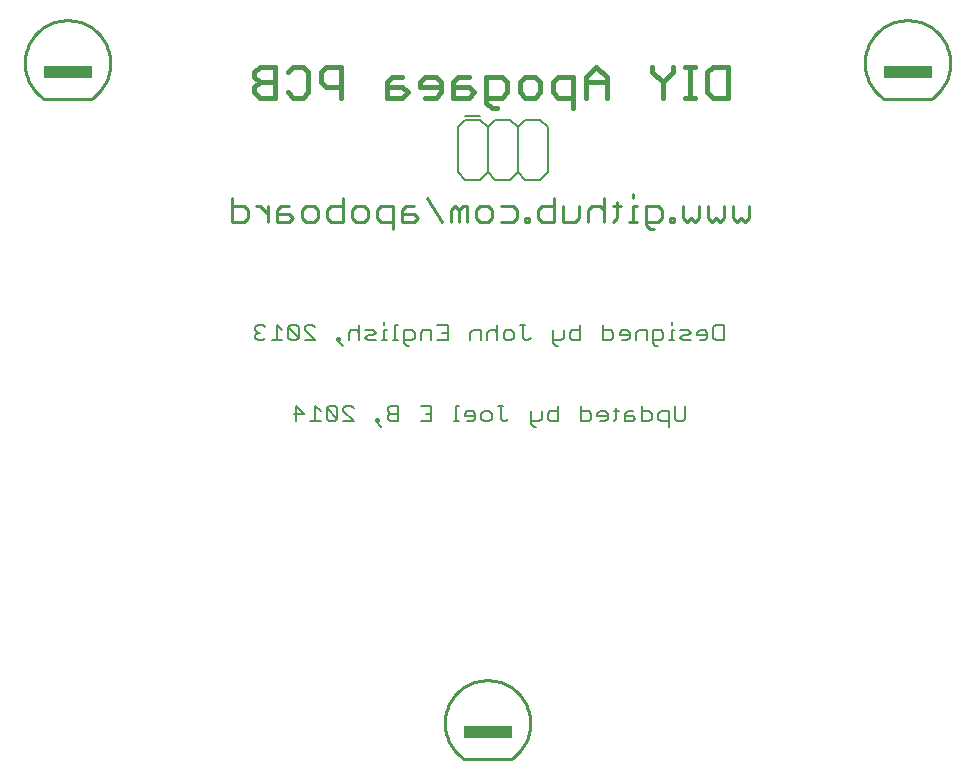
<source format=gbo>
G75*
%MOIN*%
%OFA0B0*%
%FSLAX24Y24*%
%IPPOS*%
%LPD*%
%AMOC8*
5,1,8,0,0,1.08239X$1,22.5*
%
%ADD10C,0.0170*%
%ADD11C,0.0080*%
%ADD12C,0.0110*%
%ADD13C,0.0100*%
%ADD14R,0.1600X0.0400*%
D10*
X020311Y025566D02*
X020139Y025738D01*
X020139Y026597D01*
X020655Y026597D01*
X020827Y026425D01*
X020827Y026082D01*
X020655Y025910D01*
X020139Y025910D01*
X020311Y025566D02*
X020483Y025566D01*
X019722Y026082D02*
X019550Y026254D01*
X019034Y026254D01*
X019034Y026425D02*
X019034Y025910D01*
X019550Y025910D01*
X019722Y026082D01*
X019550Y026597D02*
X019206Y026597D01*
X019034Y026425D01*
X018617Y026425D02*
X018617Y026082D01*
X018445Y025910D01*
X018101Y025910D01*
X017929Y026254D02*
X018617Y026254D01*
X018617Y026425D02*
X018445Y026597D01*
X018101Y026597D01*
X017929Y026425D01*
X017929Y026254D01*
X017512Y026082D02*
X017340Y026254D01*
X016825Y026254D01*
X016825Y026425D02*
X016825Y025910D01*
X017340Y025910D01*
X017512Y026082D01*
X017340Y026597D02*
X016996Y026597D01*
X016825Y026425D01*
X015302Y026254D02*
X014786Y026254D01*
X014615Y026425D01*
X014615Y026769D01*
X014786Y026941D01*
X015302Y026941D01*
X015302Y025910D01*
X014197Y026082D02*
X014197Y026769D01*
X014025Y026941D01*
X013682Y026941D01*
X013510Y026769D01*
X013092Y026941D02*
X012577Y026941D01*
X012405Y026769D01*
X012405Y026597D01*
X012577Y026425D01*
X013092Y026425D01*
X013092Y025910D02*
X012577Y025910D01*
X012405Y026082D01*
X012405Y026254D01*
X012577Y026425D01*
X013092Y025910D02*
X013092Y026941D01*
X013510Y026082D02*
X013682Y025910D01*
X014025Y025910D01*
X014197Y026082D01*
X021244Y026082D02*
X021244Y026425D01*
X021416Y026597D01*
X021760Y026597D01*
X021932Y026425D01*
X021932Y026082D01*
X021760Y025910D01*
X021416Y025910D01*
X021244Y026082D01*
X022349Y026082D02*
X022521Y025910D01*
X023037Y025910D01*
X023037Y025566D02*
X023037Y026597D01*
X022521Y026597D01*
X022349Y026425D01*
X022349Y026082D01*
X023454Y025910D02*
X023454Y026597D01*
X023798Y026941D01*
X024141Y026597D01*
X024141Y025910D01*
X024141Y026425D02*
X023454Y026425D01*
X025664Y026769D02*
X025664Y026941D01*
X025664Y026769D02*
X026008Y026425D01*
X026008Y025910D01*
X026008Y026425D02*
X026351Y026769D01*
X026351Y026941D01*
X026744Y026941D02*
X027088Y026941D01*
X026916Y026941D02*
X026916Y025910D01*
X027088Y025910D02*
X026744Y025910D01*
X027506Y026082D02*
X027506Y026769D01*
X027677Y026941D01*
X028193Y026941D01*
X028193Y025910D01*
X027677Y025910D01*
X027506Y026082D01*
D11*
X013798Y015635D02*
X013798Y015115D01*
X013711Y015375D02*
X014058Y015375D01*
X013798Y015635D01*
X014437Y015635D02*
X014437Y015115D01*
X014610Y015115D02*
X014263Y015115D01*
X014610Y015462D02*
X014437Y015635D01*
X014816Y015549D02*
X014816Y015202D01*
X014903Y015115D01*
X015076Y015115D01*
X015163Y015202D01*
X014816Y015549D01*
X014903Y015635D01*
X015076Y015635D01*
X015163Y015549D01*
X015163Y015202D01*
X015368Y015115D02*
X015715Y015115D01*
X015368Y015462D01*
X015368Y015549D01*
X015455Y015635D01*
X015628Y015635D01*
X015715Y015549D01*
X016463Y015202D02*
X016549Y015202D01*
X016549Y015115D01*
X016463Y015115D01*
X016463Y015202D01*
X016463Y015115D02*
X016636Y014942D01*
X016842Y015202D02*
X016928Y015115D01*
X017188Y015115D01*
X017188Y015635D01*
X016928Y015635D01*
X016842Y015549D01*
X016842Y015462D01*
X016928Y015375D01*
X017188Y015375D01*
X016928Y015375D02*
X016842Y015288D01*
X016842Y015202D01*
X017946Y015115D02*
X018293Y015115D01*
X018293Y015635D01*
X017946Y015635D01*
X018120Y015375D02*
X018293Y015375D01*
X019041Y015115D02*
X019214Y015115D01*
X019127Y015115D02*
X019127Y015635D01*
X019214Y015635D01*
X019420Y015375D02*
X019420Y015288D01*
X019767Y015288D01*
X019767Y015202D02*
X019767Y015375D01*
X019680Y015462D01*
X019506Y015462D01*
X019420Y015375D01*
X019506Y015115D02*
X019680Y015115D01*
X019767Y015202D01*
X019972Y015202D02*
X019972Y015375D01*
X020059Y015462D01*
X020232Y015462D01*
X020319Y015375D01*
X020319Y015202D01*
X020232Y015115D01*
X020059Y015115D01*
X019972Y015202D01*
X020525Y015635D02*
X020698Y015635D01*
X020611Y015635D02*
X020611Y015202D01*
X020698Y015115D01*
X020785Y015115D01*
X020872Y015202D01*
X021630Y015115D02*
X021890Y015115D01*
X021977Y015202D01*
X021977Y015462D01*
X022182Y015375D02*
X022269Y015462D01*
X022529Y015462D01*
X022529Y015635D02*
X022529Y015115D01*
X022269Y015115D01*
X022182Y015202D01*
X022182Y015375D01*
X021630Y015462D02*
X021630Y015028D01*
X021716Y014942D01*
X021803Y014942D01*
X023287Y015115D02*
X023547Y015115D01*
X023634Y015202D01*
X023634Y015375D01*
X023547Y015462D01*
X023287Y015462D01*
X023287Y015635D02*
X023287Y015115D01*
X023840Y015288D02*
X024186Y015288D01*
X024186Y015202D02*
X024186Y015375D01*
X024100Y015462D01*
X023926Y015462D01*
X023840Y015375D01*
X023840Y015288D01*
X023926Y015115D02*
X024100Y015115D01*
X024186Y015202D01*
X024381Y015115D02*
X024468Y015202D01*
X024468Y015549D01*
X024555Y015462D02*
X024381Y015462D01*
X024760Y015375D02*
X024760Y015115D01*
X025021Y015115D01*
X025107Y015202D01*
X025021Y015288D01*
X024760Y015288D01*
X024760Y015375D02*
X024847Y015462D01*
X025021Y015462D01*
X025313Y015462D02*
X025573Y015462D01*
X025660Y015375D01*
X025660Y015202D01*
X025573Y015115D01*
X025313Y015115D01*
X025313Y015635D01*
X025865Y015375D02*
X025865Y015202D01*
X025952Y015115D01*
X026212Y015115D01*
X026212Y014942D02*
X026212Y015462D01*
X025952Y015462D01*
X025865Y015375D01*
X026418Y015202D02*
X026418Y015635D01*
X026765Y015635D02*
X026765Y015202D01*
X026678Y015115D01*
X026504Y015115D01*
X026418Y015202D01*
X025855Y017642D02*
X025768Y017642D01*
X025681Y017728D01*
X025681Y018162D01*
X025941Y018162D01*
X026028Y018075D01*
X026028Y017902D01*
X025941Y017815D01*
X025681Y017815D01*
X025476Y017815D02*
X025476Y018162D01*
X025215Y018162D01*
X025129Y018075D01*
X025129Y017815D01*
X024923Y017902D02*
X024923Y018075D01*
X024836Y018162D01*
X024663Y018162D01*
X024576Y018075D01*
X024576Y017988D01*
X024923Y017988D01*
X024923Y017902D02*
X024836Y017815D01*
X024663Y017815D01*
X024371Y017902D02*
X024371Y018075D01*
X024284Y018162D01*
X024024Y018162D01*
X024024Y018335D02*
X024024Y017815D01*
X024284Y017815D01*
X024371Y017902D01*
X023266Y017815D02*
X023005Y017815D01*
X022919Y017902D01*
X022919Y018075D01*
X023005Y018162D01*
X023266Y018162D01*
X023266Y018335D02*
X023266Y017815D01*
X022713Y017902D02*
X022713Y018162D01*
X022713Y017902D02*
X022626Y017815D01*
X022366Y017815D01*
X022366Y017728D02*
X022453Y017642D01*
X022540Y017642D01*
X022366Y017728D02*
X022366Y018162D01*
X021608Y017902D02*
X021522Y017815D01*
X021435Y017815D01*
X021348Y017902D01*
X021348Y018335D01*
X021435Y018335D02*
X021261Y018335D01*
X021056Y018075D02*
X021056Y017902D01*
X020969Y017815D01*
X020796Y017815D01*
X020709Y017902D01*
X020709Y018075D01*
X020796Y018162D01*
X020969Y018162D01*
X021056Y018075D01*
X020503Y018075D02*
X020417Y018162D01*
X020243Y018162D01*
X020156Y018075D01*
X020156Y017815D01*
X019951Y017815D02*
X019951Y018162D01*
X019691Y018162D01*
X019604Y018075D01*
X019604Y017815D01*
X018846Y017815D02*
X018499Y017815D01*
X018293Y017815D02*
X018293Y018162D01*
X018033Y018162D01*
X017946Y018075D01*
X017946Y017815D01*
X017741Y017902D02*
X017654Y017815D01*
X017394Y017815D01*
X017394Y017728D02*
X017394Y018162D01*
X017654Y018162D01*
X017741Y018075D01*
X017741Y017902D01*
X017567Y017642D02*
X017481Y017642D01*
X017394Y017728D01*
X017188Y017815D02*
X017015Y017815D01*
X017102Y017815D02*
X017102Y018335D01*
X017188Y018335D01*
X016820Y018162D02*
X016733Y018162D01*
X016733Y017815D01*
X016647Y017815D02*
X016820Y017815D01*
X016452Y017815D02*
X016192Y017815D01*
X016105Y017902D01*
X016192Y017988D01*
X016365Y017988D01*
X016452Y018075D01*
X016365Y018162D01*
X016105Y018162D01*
X015899Y018075D02*
X015813Y018162D01*
X015639Y018162D01*
X015552Y018075D01*
X015552Y017815D01*
X015347Y017642D02*
X015173Y017815D01*
X015260Y017815D01*
X015260Y017902D01*
X015173Y017902D01*
X015173Y017815D01*
X015899Y017815D02*
X015899Y018335D01*
X016733Y018335D02*
X016733Y018422D01*
X018499Y018335D02*
X018846Y018335D01*
X018846Y017815D01*
X018846Y018075D02*
X018672Y018075D01*
X020503Y018335D02*
X020503Y017815D01*
X020425Y023175D02*
X020925Y023175D01*
X021175Y023425D01*
X021175Y024925D01*
X021425Y025175D01*
X021925Y025175D01*
X022175Y024925D01*
X022175Y023425D01*
X021925Y023175D01*
X021425Y023175D01*
X021175Y023425D01*
X020425Y023175D02*
X020175Y023425D01*
X020175Y024925D01*
X020425Y025175D01*
X020925Y025175D01*
X021175Y024925D01*
X020175Y024925D02*
X019925Y025175D01*
X019425Y025175D01*
X019175Y024925D01*
X019175Y023425D01*
X019425Y023175D01*
X019925Y023175D01*
X020175Y023425D01*
X019925Y025307D02*
X019425Y025307D01*
X014339Y018335D02*
X014426Y018249D01*
X014339Y018335D02*
X014166Y018335D01*
X014079Y018249D01*
X014079Y018162D01*
X014426Y017815D01*
X014079Y017815D01*
X013874Y017902D02*
X013527Y018249D01*
X013527Y017902D01*
X013613Y017815D01*
X013787Y017815D01*
X013874Y017902D01*
X013874Y018249D01*
X013787Y018335D01*
X013613Y018335D01*
X013527Y018249D01*
X013321Y018162D02*
X013148Y018335D01*
X013148Y017815D01*
X013321Y017815D02*
X012974Y017815D01*
X012769Y017902D02*
X012682Y017815D01*
X012508Y017815D01*
X012422Y017902D01*
X012422Y017988D01*
X012508Y018075D01*
X012422Y018162D01*
X012422Y018249D01*
X012508Y018335D01*
X012682Y018335D01*
X012769Y018249D01*
X012595Y018075D02*
X012508Y018075D01*
X026223Y017815D02*
X026396Y017815D01*
X026310Y017815D02*
X026310Y018162D01*
X026396Y018162D01*
X026310Y018335D02*
X026310Y018422D01*
X026602Y018162D02*
X026862Y018162D01*
X026949Y018075D01*
X026862Y017988D01*
X026689Y017988D01*
X026602Y017902D01*
X026689Y017815D01*
X026949Y017815D01*
X027154Y017988D02*
X027501Y017988D01*
X027501Y017902D02*
X027501Y018075D01*
X027415Y018162D01*
X027241Y018162D01*
X027154Y018075D01*
X027154Y017988D01*
X027241Y017815D02*
X027415Y017815D01*
X027501Y017902D01*
X027707Y017902D02*
X027707Y018249D01*
X027794Y018335D01*
X028054Y018335D01*
X028054Y017815D01*
X027794Y017815D01*
X027707Y017902D01*
D12*
X027666Y021780D02*
X027535Y021912D01*
X027535Y022307D01*
X027233Y022307D02*
X027233Y021912D01*
X027101Y021780D01*
X026970Y021912D01*
X026838Y021780D01*
X026706Y021912D01*
X026706Y022307D01*
X026404Y021912D02*
X026273Y021912D01*
X026273Y021780D01*
X026404Y021780D01*
X026404Y021912D01*
X025990Y021912D02*
X025858Y021780D01*
X025463Y021780D01*
X025463Y021648D02*
X025463Y022307D01*
X025858Y022307D01*
X025990Y022175D01*
X025990Y021912D01*
X025726Y021516D02*
X025595Y021516D01*
X025463Y021648D01*
X025161Y021780D02*
X024898Y021780D01*
X025030Y021780D02*
X025030Y022307D01*
X025161Y022307D01*
X025030Y022571D02*
X025030Y022702D01*
X024609Y022307D02*
X024345Y022307D01*
X024477Y022439D02*
X024477Y021912D01*
X024345Y021780D01*
X024056Y021780D02*
X024056Y022571D01*
X023925Y022307D02*
X023661Y022307D01*
X023529Y022175D01*
X023529Y021780D01*
X023228Y021912D02*
X023096Y021780D01*
X022701Y021780D01*
X022701Y022307D01*
X022399Y022307D02*
X022004Y022307D01*
X021872Y022175D01*
X021872Y021912D01*
X022004Y021780D01*
X022399Y021780D01*
X022399Y022571D01*
X023228Y022307D02*
X023228Y021912D01*
X023925Y022307D02*
X024056Y022175D01*
X021570Y021912D02*
X021570Y021780D01*
X021438Y021780D01*
X021438Y021912D01*
X021570Y021912D01*
X021156Y021912D02*
X021024Y021780D01*
X020629Y021780D01*
X020327Y021912D02*
X020195Y021780D01*
X019932Y021780D01*
X019800Y021912D01*
X019800Y022175D01*
X019932Y022307D01*
X020195Y022307D01*
X020327Y022175D01*
X020327Y021912D01*
X020629Y022307D02*
X021024Y022307D01*
X021156Y022175D01*
X021156Y021912D01*
X019498Y021780D02*
X019498Y022307D01*
X019367Y022307D01*
X019235Y022175D01*
X019103Y022307D01*
X018971Y022175D01*
X018971Y021780D01*
X019235Y021780D02*
X019235Y022175D01*
X018670Y021780D02*
X018143Y022571D01*
X017709Y022307D02*
X017446Y022307D01*
X017314Y022175D01*
X017314Y021780D01*
X017709Y021780D01*
X017841Y021912D01*
X017709Y022044D01*
X017314Y022044D01*
X017012Y022307D02*
X016617Y022307D01*
X016485Y022175D01*
X016485Y021912D01*
X016617Y021780D01*
X017012Y021780D01*
X017012Y021516D02*
X017012Y022307D01*
X016184Y022175D02*
X016184Y021912D01*
X016052Y021780D01*
X015788Y021780D01*
X015657Y021912D01*
X015657Y022175D01*
X015788Y022307D01*
X016052Y022307D01*
X016184Y022175D01*
X015355Y022307D02*
X014960Y022307D01*
X014828Y022175D01*
X014828Y021912D01*
X014960Y021780D01*
X015355Y021780D01*
X015355Y022571D01*
X014526Y022175D02*
X014526Y021912D01*
X014394Y021780D01*
X014131Y021780D01*
X013999Y021912D01*
X013999Y022175D01*
X014131Y022307D01*
X014394Y022307D01*
X014526Y022175D01*
X013698Y021912D02*
X013566Y021780D01*
X013170Y021780D01*
X013170Y022175D01*
X013302Y022307D01*
X013566Y022307D01*
X013566Y022044D02*
X013170Y022044D01*
X012869Y022044D02*
X012605Y022307D01*
X012473Y022307D01*
X012178Y022175D02*
X012046Y022307D01*
X011651Y022307D01*
X011651Y022571D02*
X011651Y021780D01*
X012046Y021780D01*
X012178Y021912D01*
X012178Y022175D01*
X012869Y022307D02*
X012869Y021780D01*
X013566Y022044D02*
X013698Y021912D01*
X027666Y021780D02*
X027798Y021912D01*
X027930Y021780D01*
X028062Y021912D01*
X028062Y022307D01*
X028363Y022307D02*
X028363Y021912D01*
X028495Y021780D01*
X028627Y021912D01*
X028759Y021780D01*
X028890Y021912D01*
X028890Y022307D01*
D13*
X033395Y025865D02*
X034955Y025865D01*
X035016Y025907D01*
X035076Y025953D01*
X035132Y026002D01*
X035186Y026053D01*
X035237Y026107D01*
X035286Y026164D01*
X035331Y026224D01*
X035373Y026285D01*
X035412Y026349D01*
X035448Y026415D01*
X035480Y026482D01*
X035508Y026551D01*
X035533Y026621D01*
X035554Y026693D01*
X035571Y026766D01*
X035585Y026839D01*
X035594Y026913D01*
X035600Y026987D01*
X035602Y027062D01*
X035600Y027137D01*
X035594Y027211D01*
X035584Y027285D01*
X035570Y027358D01*
X035553Y027431D01*
X035532Y027503D01*
X035507Y027573D01*
X035478Y027642D01*
X035446Y027709D01*
X035410Y027775D01*
X035371Y027838D01*
X035329Y027900D01*
X035283Y027959D01*
X035235Y028016D01*
X035183Y028070D01*
X035129Y028121D01*
X035072Y028170D01*
X035013Y028215D01*
X034952Y028257D01*
X034888Y028296D01*
X034822Y028332D01*
X034755Y028364D01*
X034686Y028392D01*
X034616Y028417D01*
X034544Y028438D01*
X034471Y028456D01*
X034398Y028469D01*
X034324Y028479D01*
X034250Y028485D01*
X034175Y028487D01*
X034100Y028485D01*
X034026Y028479D01*
X033952Y028469D01*
X033879Y028456D01*
X033806Y028438D01*
X033734Y028417D01*
X033664Y028392D01*
X033595Y028364D01*
X033528Y028332D01*
X033462Y028296D01*
X033398Y028257D01*
X033337Y028215D01*
X033278Y028170D01*
X033221Y028121D01*
X033167Y028070D01*
X033115Y028016D01*
X033067Y027959D01*
X033021Y027900D01*
X032979Y027838D01*
X032940Y027775D01*
X032904Y027709D01*
X032872Y027642D01*
X032843Y027573D01*
X032818Y027503D01*
X032797Y027431D01*
X032780Y027358D01*
X032766Y027285D01*
X032756Y027211D01*
X032750Y027137D01*
X032748Y027062D01*
X032750Y026987D01*
X032756Y026913D01*
X032765Y026839D01*
X032779Y026766D01*
X032796Y026693D01*
X032817Y026621D01*
X032842Y026551D01*
X032870Y026482D01*
X032902Y026415D01*
X032938Y026349D01*
X032977Y026285D01*
X033019Y026224D01*
X033064Y026164D01*
X033113Y026107D01*
X033164Y026053D01*
X033218Y026002D01*
X033274Y025953D01*
X033334Y025907D01*
X033395Y025865D01*
X020955Y003865D02*
X021016Y003907D01*
X021076Y003953D01*
X021132Y004002D01*
X021186Y004053D01*
X021237Y004107D01*
X021286Y004164D01*
X021331Y004224D01*
X021373Y004285D01*
X021412Y004349D01*
X021448Y004415D01*
X021480Y004482D01*
X021508Y004551D01*
X021533Y004621D01*
X021554Y004693D01*
X021571Y004766D01*
X021585Y004839D01*
X021594Y004913D01*
X021600Y004987D01*
X021602Y005062D01*
X021600Y005137D01*
X021594Y005211D01*
X021584Y005285D01*
X021570Y005358D01*
X021553Y005431D01*
X021532Y005503D01*
X021507Y005573D01*
X021478Y005642D01*
X021446Y005709D01*
X021410Y005775D01*
X021371Y005838D01*
X021329Y005900D01*
X021283Y005959D01*
X021235Y006016D01*
X021183Y006070D01*
X021129Y006121D01*
X021072Y006170D01*
X021013Y006215D01*
X020952Y006257D01*
X020888Y006296D01*
X020822Y006332D01*
X020755Y006364D01*
X020686Y006392D01*
X020616Y006417D01*
X020544Y006438D01*
X020471Y006456D01*
X020398Y006469D01*
X020324Y006479D01*
X020250Y006485D01*
X020175Y006487D01*
X020100Y006485D01*
X020026Y006479D01*
X019952Y006469D01*
X019879Y006456D01*
X019806Y006438D01*
X019734Y006417D01*
X019664Y006392D01*
X019595Y006364D01*
X019528Y006332D01*
X019462Y006296D01*
X019398Y006257D01*
X019337Y006215D01*
X019278Y006170D01*
X019221Y006121D01*
X019167Y006070D01*
X019115Y006016D01*
X019067Y005959D01*
X019021Y005900D01*
X018979Y005838D01*
X018940Y005775D01*
X018904Y005709D01*
X018872Y005642D01*
X018843Y005573D01*
X018818Y005503D01*
X018797Y005431D01*
X018780Y005358D01*
X018766Y005285D01*
X018756Y005211D01*
X018750Y005137D01*
X018748Y005062D01*
X018750Y004987D01*
X018756Y004913D01*
X018765Y004839D01*
X018779Y004766D01*
X018796Y004693D01*
X018817Y004621D01*
X018842Y004551D01*
X018870Y004482D01*
X018902Y004415D01*
X018938Y004349D01*
X018977Y004285D01*
X019019Y004224D01*
X019064Y004164D01*
X019113Y004107D01*
X019164Y004053D01*
X019218Y004002D01*
X019274Y003953D01*
X019334Y003907D01*
X019395Y003865D01*
X020955Y003865D01*
X006955Y025865D02*
X005395Y025865D01*
X005334Y025907D01*
X005274Y025953D01*
X005218Y026002D01*
X005164Y026053D01*
X005113Y026107D01*
X005064Y026164D01*
X005019Y026224D01*
X004977Y026285D01*
X004938Y026349D01*
X004902Y026415D01*
X004870Y026482D01*
X004842Y026551D01*
X004817Y026621D01*
X004796Y026693D01*
X004779Y026766D01*
X004765Y026839D01*
X004756Y026913D01*
X004750Y026987D01*
X004748Y027062D01*
X004750Y027137D01*
X004756Y027211D01*
X004766Y027285D01*
X004780Y027358D01*
X004797Y027431D01*
X004818Y027503D01*
X004843Y027573D01*
X004872Y027642D01*
X004904Y027709D01*
X004940Y027775D01*
X004979Y027838D01*
X005021Y027900D01*
X005067Y027959D01*
X005115Y028016D01*
X005167Y028070D01*
X005221Y028121D01*
X005278Y028170D01*
X005337Y028215D01*
X005398Y028257D01*
X005462Y028296D01*
X005528Y028332D01*
X005595Y028364D01*
X005664Y028392D01*
X005734Y028417D01*
X005806Y028438D01*
X005879Y028456D01*
X005952Y028469D01*
X006026Y028479D01*
X006100Y028485D01*
X006175Y028487D01*
X006250Y028485D01*
X006324Y028479D01*
X006398Y028469D01*
X006471Y028456D01*
X006544Y028438D01*
X006616Y028417D01*
X006686Y028392D01*
X006755Y028364D01*
X006822Y028332D01*
X006888Y028296D01*
X006952Y028257D01*
X007013Y028215D01*
X007072Y028170D01*
X007129Y028121D01*
X007183Y028070D01*
X007235Y028016D01*
X007283Y027959D01*
X007329Y027900D01*
X007371Y027838D01*
X007410Y027775D01*
X007446Y027709D01*
X007478Y027642D01*
X007507Y027573D01*
X007532Y027503D01*
X007553Y027431D01*
X007570Y027358D01*
X007584Y027285D01*
X007594Y027211D01*
X007600Y027137D01*
X007602Y027062D01*
X007600Y026987D01*
X007594Y026913D01*
X007585Y026839D01*
X007571Y026766D01*
X007554Y026693D01*
X007533Y026621D01*
X007508Y026551D01*
X007480Y026482D01*
X007448Y026415D01*
X007412Y026349D01*
X007373Y026285D01*
X007331Y026224D01*
X007286Y026164D01*
X007237Y026107D01*
X007186Y026053D01*
X007132Y026002D01*
X007076Y025953D01*
X007016Y025907D01*
X006955Y025865D01*
D14*
X006175Y026775D03*
X020175Y004775D03*
X034175Y026775D03*
M02*

</source>
